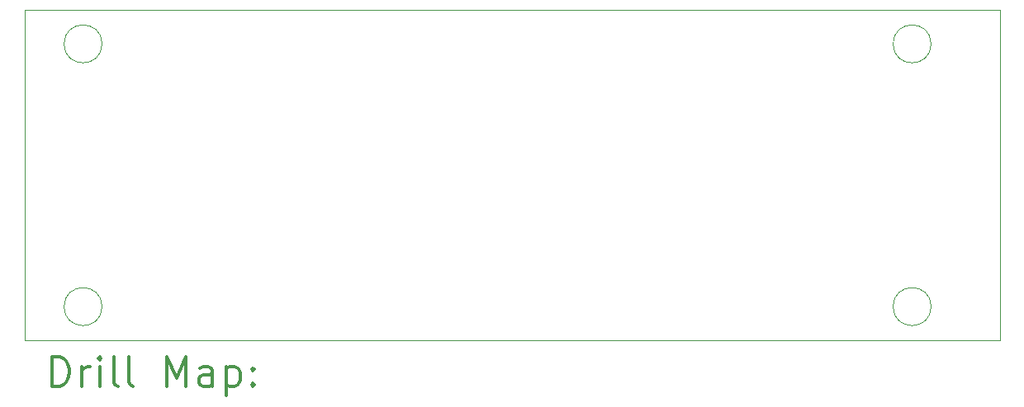
<source format=gbr>
%FSLAX45Y45*%
G04 Gerber Fmt 4.5, Leading zero omitted, Abs format (unit mm)*
G04 Created by KiCad (PCBNEW (5.1.9)-1) date 2021-06-06 22:43:18*
%MOMM*%
%LPD*%
G01*
G04 APERTURE LIST*
%TA.AperFunction,Profile*%
%ADD10C,0.025400*%
%TD*%
%ADD11C,0.200000*%
%ADD12C,0.300000*%
G04 APERTURE END LIST*
D10*
X8595000Y-7850000D02*
G75*
G03*
X8595000Y-7850000I-195000J0D01*
G01*
X17095000Y-7850000D02*
G75*
G03*
X17095000Y-7850000I-195000J0D01*
G01*
X7800000Y-8200000D02*
X7800000Y-4800000D01*
X17800000Y-8200000D02*
X7800000Y-8200000D01*
X17800000Y-4800000D02*
X17800000Y-8200000D01*
X17095000Y-5150000D02*
G75*
G03*
X17095000Y-5150000I-195000J0D01*
G01*
X8595000Y-5150000D02*
G75*
G03*
X8595000Y-5150000I-195000J0D01*
G01*
X7800000Y-4800000D02*
X17800000Y-4800000D01*
D11*
D12*
X8085158Y-8666984D02*
X8085158Y-8366984D01*
X8156587Y-8366984D01*
X8199444Y-8381270D01*
X8228016Y-8409842D01*
X8242301Y-8438413D01*
X8256587Y-8495556D01*
X8256587Y-8538413D01*
X8242301Y-8595556D01*
X8228016Y-8624127D01*
X8199444Y-8652699D01*
X8156587Y-8666984D01*
X8085158Y-8666984D01*
X8385158Y-8666984D02*
X8385158Y-8466984D01*
X8385158Y-8524127D02*
X8399444Y-8495556D01*
X8413730Y-8481270D01*
X8442301Y-8466984D01*
X8470873Y-8466984D01*
X8570873Y-8666984D02*
X8570873Y-8466984D01*
X8570873Y-8366984D02*
X8556587Y-8381270D01*
X8570873Y-8395556D01*
X8585158Y-8381270D01*
X8570873Y-8366984D01*
X8570873Y-8395556D01*
X8756587Y-8666984D02*
X8728016Y-8652699D01*
X8713730Y-8624127D01*
X8713730Y-8366984D01*
X8913730Y-8666984D02*
X8885158Y-8652699D01*
X8870873Y-8624127D01*
X8870873Y-8366984D01*
X9256587Y-8666984D02*
X9256587Y-8366984D01*
X9356587Y-8581270D01*
X9456587Y-8366984D01*
X9456587Y-8666984D01*
X9728016Y-8666984D02*
X9728016Y-8509842D01*
X9713730Y-8481270D01*
X9685158Y-8466984D01*
X9628016Y-8466984D01*
X9599444Y-8481270D01*
X9728016Y-8652699D02*
X9699444Y-8666984D01*
X9628016Y-8666984D01*
X9599444Y-8652699D01*
X9585158Y-8624127D01*
X9585158Y-8595556D01*
X9599444Y-8566984D01*
X9628016Y-8552699D01*
X9699444Y-8552699D01*
X9728016Y-8538413D01*
X9870873Y-8466984D02*
X9870873Y-8766984D01*
X9870873Y-8481270D02*
X9899444Y-8466984D01*
X9956587Y-8466984D01*
X9985158Y-8481270D01*
X9999444Y-8495556D01*
X10013730Y-8524127D01*
X10013730Y-8609842D01*
X9999444Y-8638413D01*
X9985158Y-8652699D01*
X9956587Y-8666984D01*
X9899444Y-8666984D01*
X9870873Y-8652699D01*
X10142301Y-8638413D02*
X10156587Y-8652699D01*
X10142301Y-8666984D01*
X10128016Y-8652699D01*
X10142301Y-8638413D01*
X10142301Y-8666984D01*
X10142301Y-8481270D02*
X10156587Y-8495556D01*
X10142301Y-8509842D01*
X10128016Y-8495556D01*
X10142301Y-8481270D01*
X10142301Y-8509842D01*
M02*

</source>
